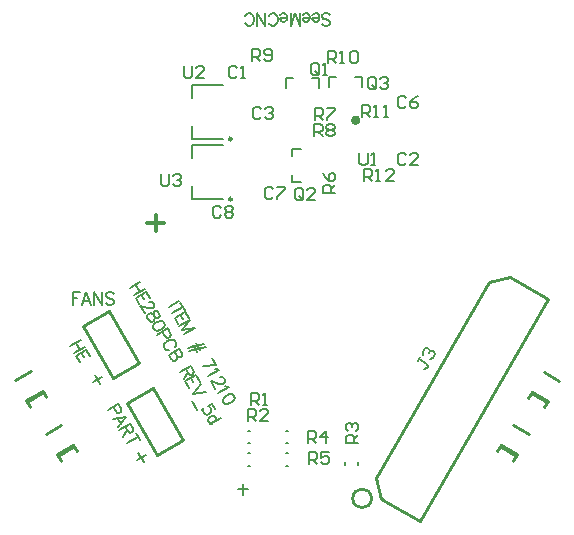
<source format=gto>
G04 Layer_Color=65535*
%FSLAX24Y24*%
%MOIN*%
G70*
G01*
G75*
%ADD27C,0.0080*%
%ADD29C,0.0100*%
%ADD52C,0.0098*%
%ADD53C,0.0160*%
%ADD54C,0.0079*%
%ADD55C,0.0077*%
%ADD56C,0.0124*%
D27*
X6124Y15404D02*
X6360D01*
X6124Y15085D02*
Y15404D01*
X6995D02*
X7235D01*
Y15085D02*
Y15404D01*
X4890Y11889D02*
Y12125D01*
Y11889D02*
X5209D01*
X4890Y12760D02*
Y13000D01*
X5209D01*
X4704Y15354D02*
X4940D01*
X4704Y15035D02*
Y15354D01*
X5575D02*
X5815D01*
Y15035D02*
Y15354D01*
X9162Y6065D02*
X9095Y5950D01*
X9129Y6007D01*
X9417Y5841D01*
X9442Y5750D01*
X9408Y5692D01*
X9317Y5668D01*
X9286Y6147D02*
X9262Y6238D01*
X9329Y6354D01*
X9420Y6378D01*
X9477Y6345D01*
X9502Y6254D01*
X9469Y6196D01*
X9502Y6254D01*
X9593Y6278D01*
X9651Y6245D01*
X9675Y6154D01*
X9608Y6038D01*
X9517Y6014D01*
X1320Y15770D02*
Y15437D01*
X1387Y15370D01*
X1520D01*
X1587Y15437D01*
Y15770D01*
X1986Y15370D02*
X1720D01*
X1986Y15637D01*
Y15703D01*
X1920Y15770D01*
X1787D01*
X1720Y15703D01*
X3862Y14328D02*
X3795Y14394D01*
X3662D01*
X3595Y14328D01*
Y14061D01*
X3662Y13994D01*
X3795D01*
X3862Y14061D01*
X3995Y14328D02*
X4062Y14394D01*
X4195D01*
X4262Y14328D01*
Y14261D01*
X4195Y14194D01*
X4128D01*
X4195D01*
X4262Y14128D01*
Y14061D01*
X4195Y13994D01*
X4062D01*
X3995Y14061D01*
X3062Y15718D02*
X2995Y15784D01*
X2862D01*
X2795Y15718D01*
Y15451D01*
X2862Y15384D01*
X2995D01*
X3062Y15451D01*
X3195Y15384D02*
X3328D01*
X3262D01*
Y15784D01*
X3195Y15718D01*
X5485Y2494D02*
Y2894D01*
X5685D01*
X5752Y2828D01*
Y2694D01*
X5685Y2628D01*
X5485D01*
X5618D02*
X5752Y2494D01*
X6152Y2894D02*
X5885D01*
Y2694D01*
X6018Y2761D01*
X6085D01*
X6152Y2694D01*
Y2561D01*
X6085Y2494D01*
X5952D01*
X5885Y2561D01*
X5445Y3194D02*
Y3594D01*
X5645D01*
X5712Y3528D01*
Y3394D01*
X5645Y3328D01*
X5445D01*
X5578D02*
X5712Y3194D01*
X6045D02*
Y3594D01*
X5845Y3394D01*
X6112D01*
X7105Y3214D02*
X6705D01*
Y3414D01*
X6772Y3481D01*
X6905D01*
X6972Y3414D01*
Y3214D01*
Y3348D02*
X7105Y3481D01*
X6772Y3614D02*
X6705Y3681D01*
Y3814D01*
X6772Y3881D01*
X6839D01*
X6905Y3814D01*
Y3747D01*
Y3814D01*
X6972Y3881D01*
X7038D01*
X7105Y3814D01*
Y3681D01*
X7038Y3614D01*
X3435Y3934D02*
Y4334D01*
X3635D01*
X3702Y4268D01*
Y4134D01*
X3635Y4068D01*
X3435D01*
X3568D02*
X3702Y3934D01*
X4102D02*
X3835D01*
X4102Y4201D01*
Y4268D01*
X4035Y4334D01*
X3902D01*
X3835Y4268D01*
X3535Y4454D02*
Y4854D01*
X3735D01*
X3802Y4788D01*
Y4654D01*
X3735Y4588D01*
X3535D01*
X3668D02*
X3802Y4454D01*
X3935D02*
X4068D01*
X4002D01*
Y4854D01*
X3935Y4788D01*
X8712Y12798D02*
X8645Y12864D01*
X8512D01*
X8445Y12798D01*
Y12531D01*
X8512Y12464D01*
X8645D01*
X8712Y12531D01*
X9112Y12464D02*
X8845D01*
X9112Y12731D01*
Y12798D01*
X9045Y12864D01*
X8912D01*
X8845Y12798D01*
X8717Y14703D02*
X8650Y14770D01*
X8517D01*
X8450Y14703D01*
Y14437D01*
X8517Y14370D01*
X8650D01*
X8717Y14437D01*
X9116Y14770D02*
X8983Y14703D01*
X8850Y14570D01*
Y14437D01*
X8917Y14370D01*
X9050D01*
X9116Y14437D01*
Y14503D01*
X9050Y14570D01*
X8850D01*
X5802Y15541D02*
Y15808D01*
X5735Y15874D01*
X5602D01*
X5535Y15808D01*
Y15541D01*
X5602Y15474D01*
X5735D01*
X5668Y15608D02*
X5802Y15474D01*
X5735D02*
X5802Y15541D01*
X5935Y15474D02*
X6068D01*
X6002D01*
Y15874D01*
X5935Y15808D01*
X5282Y11381D02*
Y11648D01*
X5215Y11714D01*
X5082D01*
X5015Y11648D01*
Y11381D01*
X5082Y11314D01*
X5215D01*
X5148Y11448D02*
X5282Y11314D01*
X5215D02*
X5282Y11381D01*
X5682Y11314D02*
X5415D01*
X5682Y11581D01*
Y11648D01*
X5615Y11714D01*
X5482D01*
X5415Y11648D01*
X7702Y15071D02*
Y15338D01*
X7635Y15404D01*
X7502D01*
X7435Y15338D01*
Y15071D01*
X7502Y15004D01*
X7635D01*
X7568Y15138D02*
X7702Y15004D01*
X7635D02*
X7702Y15071D01*
X7835Y15338D02*
X7902Y15404D01*
X8035D01*
X8102Y15338D01*
Y15271D01*
X8035Y15204D01*
X7968D01*
X8035D01*
X8102Y15138D01*
Y15071D01*
X8035Y15004D01*
X7902D01*
X7835Y15071D01*
X6105Y15874D02*
Y16274D01*
X6305D01*
X6372Y16208D01*
Y16074D01*
X6305Y16008D01*
X6105D01*
X6238D02*
X6372Y15874D01*
X6505D02*
X6638D01*
X6572D01*
Y16274D01*
X6505Y16208D01*
X6838D02*
X6905Y16274D01*
X7038D01*
X7105Y16208D01*
Y15941D01*
X7038Y15874D01*
X6905D01*
X6838Y15941D01*
Y16208D01*
X6325Y11549D02*
X5925D01*
Y11749D01*
X5992Y11815D01*
X6125D01*
X6192Y11749D01*
Y11549D01*
Y11682D02*
X6325Y11815D01*
X5925Y12215D02*
X5992Y12082D01*
X6125Y11948D01*
X6258D01*
X6325Y12015D01*
Y12148D01*
X6258Y12215D01*
X6192D01*
X6125Y12148D01*
Y11948D01*
X5665Y13964D02*
Y14364D01*
X5865D01*
X5932Y14298D01*
Y14164D01*
X5865Y14098D01*
X5665D01*
X5798D02*
X5932Y13964D01*
X6065Y14364D02*
X6332D01*
Y14298D01*
X6065Y14031D01*
Y13964D01*
X5655Y13444D02*
Y13844D01*
X5855D01*
X5922Y13778D01*
Y13644D01*
X5855Y13578D01*
X5655D01*
X5788D02*
X5922Y13444D01*
X6055Y13778D02*
X6122Y13844D01*
X6255D01*
X6322Y13778D01*
Y13711D01*
X6255Y13644D01*
X6322Y13578D01*
Y13511D01*
X6255Y13444D01*
X6122D01*
X6055Y13511D01*
Y13578D01*
X6122Y13644D01*
X6055Y13711D01*
Y13778D01*
X6122Y13644D02*
X6255D01*
X3575Y15934D02*
Y16334D01*
X3775D01*
X3842Y16268D01*
Y16134D01*
X3775Y16068D01*
X3575D01*
X3708D02*
X3842Y15934D01*
X3975Y16001D02*
X4042Y15934D01*
X4175D01*
X4242Y16001D01*
Y16268D01*
X4175Y16334D01*
X4042D01*
X3975Y16268D01*
Y16201D01*
X4042Y16134D01*
X4242D01*
X4277Y11673D02*
X4210Y11740D01*
X4077D01*
X4010Y11673D01*
Y11407D01*
X4077Y11340D01*
X4210D01*
X4277Y11407D01*
X4410Y11740D02*
X4676D01*
Y11673D01*
X4410Y11407D01*
Y11340D01*
X2537Y11053D02*
X2470Y11120D01*
X2337D01*
X2270Y11053D01*
Y10787D01*
X2337Y10720D01*
X2470D01*
X2537Y10787D01*
X2670Y11053D02*
X2737Y11120D01*
X2870D01*
X2936Y11053D01*
Y10987D01*
X2870Y10920D01*
X2936Y10853D01*
Y10787D01*
X2870Y10720D01*
X2737D01*
X2670Y10787D01*
Y10853D01*
X2737Y10920D01*
X2670Y10987D01*
Y11053D01*
X2737Y10920D02*
X2870D01*
X550Y12170D02*
Y11837D01*
X617Y11770D01*
X750D01*
X817Y11837D01*
Y12170D01*
X950Y12103D02*
X1017Y12170D01*
X1150D01*
X1216Y12103D01*
Y12037D01*
X1150Y11970D01*
X1083D01*
X1150D01*
X1216Y11903D01*
Y11837D01*
X1150Y11770D01*
X1017D01*
X950Y11837D01*
X7225Y14064D02*
Y14464D01*
X7425D01*
X7492Y14398D01*
Y14264D01*
X7425Y14198D01*
X7225D01*
X7358D02*
X7492Y14064D01*
X7625D02*
X7758D01*
X7692D01*
Y14464D01*
X7625Y14398D01*
X7958Y14064D02*
X8091D01*
X8025D01*
Y14464D01*
X7958Y14398D01*
X7315Y11934D02*
Y12334D01*
X7515D01*
X7582Y12268D01*
Y12134D01*
X7515Y12068D01*
X7315D01*
X7448D02*
X7582Y11934D01*
X7715D02*
X7848D01*
X7782D01*
Y12334D01*
X7715Y12268D01*
X8315Y11934D02*
X8048D01*
X8315Y12201D01*
Y12268D01*
X8248Y12334D01*
X8115D01*
X8048Y12268D01*
X7155Y12884D02*
Y12551D01*
X7222Y12484D01*
X7355D01*
X7422Y12551D01*
Y12884D01*
X7555Y12484D02*
X7688D01*
X7622D01*
Y12884D01*
X7555Y12818D01*
D29*
X7555Y1358D02*
G03*
X7555Y1358I-313J0D01*
G01*
X9164Y612D02*
X13435Y8011D01*
X7919Y1331D02*
X7987Y1291D01*
X7885Y1350D02*
X7919Y1331D01*
X11485Y8569D02*
X12157Y8749D01*
X13435Y8011D01*
X7705Y2023D02*
X11485Y8569D01*
X7705Y2023D02*
X7885Y1350D01*
X9164Y612D01*
X12288Y2607D02*
X12413Y2824D01*
X11743Y2922D02*
X11868Y3138D01*
X11840Y3090D02*
X12385Y2775D01*
X11868Y3138D02*
X12413Y2824D01*
X12272Y3799D02*
X12791Y3499D01*
X-2387Y3148D02*
X-2262Y2932D01*
X-2932Y2834D02*
X-2807Y2617D01*
X-2904Y2785D02*
X-2359Y3100D01*
X-2932Y2834D02*
X-2387Y3148D01*
X-3302Y3514D02*
X-2782Y3814D01*
X13318Y4387D02*
X13443Y4604D01*
X12773Y4702D02*
X12898Y4918D01*
X12870Y4870D02*
X13415Y4555D01*
X12898Y4918D02*
X13443Y4604D01*
X13302Y5579D02*
X13821Y5279D01*
X-3407Y4948D02*
X-3282Y4732D01*
X-3952Y4634D02*
X-3827Y4417D01*
X-3924Y4585D02*
X-3379Y4900D01*
X-3952Y4634D02*
X-3407Y4948D01*
X-4322Y5314D02*
X-3802Y5614D01*
X404Y2813D02*
X1270Y3313D01*
X270Y5045D02*
X1270Y3313D01*
X-597Y4545D02*
X270Y5045D01*
X-597Y4545D02*
X404Y2813D01*
X-2077Y7095D02*
X-1076Y5363D01*
X-2077Y7095D02*
X-1210Y7595D01*
X-210Y5863D01*
X-1076Y5363D02*
X-210Y5863D01*
D52*
X2901Y11330D02*
G03*
X2901Y11330I-49J0D01*
G01*
X2894Y13340D02*
G03*
X2894Y13340I-49J0D01*
G01*
D53*
X7106Y13962D02*
G03*
X7106Y13962I-77J0D01*
G01*
D54*
X1572Y11330D02*
X2596D01*
X1572D02*
Y11763D01*
Y13141D02*
X2596D01*
X1572Y12708D02*
Y13141D01*
X6688Y2485D02*
Y2564D01*
X7102Y2485D02*
Y2564D01*
X1565Y14718D02*
Y15151D01*
X2589D01*
X1565Y13340D02*
Y13773D01*
Y13340D02*
X2589D01*
X3436Y2856D02*
X3514D01*
X3436Y2443D02*
X3514D01*
X4691Y2856D02*
X4770D01*
X4691Y2443D02*
X4770D01*
X4691Y3606D02*
X4770D01*
X4691Y3193D02*
X4770D01*
X3436Y3606D02*
X3514D01*
X3436Y3193D02*
X3514D01*
D55*
X27Y2818D02*
X-277Y2642D01*
X-213Y2882D02*
X-37Y2578D01*
X-1433Y5418D02*
X-1737Y5242D01*
X-1673Y5482D02*
X-1497Y5178D01*
X5912Y17173D02*
X5951Y17134D01*
X6009Y17114D01*
X6087D01*
X6146Y17134D01*
X6185Y17173D01*
Y17212D01*
X6166Y17251D01*
X6146Y17270D01*
X6107Y17290D01*
X5990Y17329D01*
X5951Y17349D01*
X5931Y17368D01*
X5912Y17407D01*
Y17466D01*
X5951Y17505D01*
X6009Y17524D01*
X6087D01*
X6146Y17505D01*
X6185Y17466D01*
X5820Y17368D02*
X5586D01*
Y17329D01*
X5605Y17290D01*
X5625Y17270D01*
X5664Y17251D01*
X5722D01*
X5761Y17270D01*
X5800Y17310D01*
X5820Y17368D01*
Y17407D01*
X5800Y17466D01*
X5761Y17505D01*
X5722Y17524D01*
X5664D01*
X5625Y17505D01*
X5586Y17466D01*
X5498Y17368D02*
X5264D01*
Y17329D01*
X5283Y17290D01*
X5303Y17270D01*
X5342Y17251D01*
X5400D01*
X5439Y17270D01*
X5478Y17310D01*
X5498Y17368D01*
Y17407D01*
X5478Y17466D01*
X5439Y17505D01*
X5400Y17524D01*
X5342D01*
X5303Y17505D01*
X5264Y17466D01*
X5176Y17114D02*
Y17524D01*
Y17114D02*
X5019Y17524D01*
X4863Y17114D02*
X5019Y17524D01*
X4863Y17114D02*
Y17524D01*
X4746Y17368D02*
X4512D01*
Y17329D01*
X4531Y17290D01*
X4551Y17270D01*
X4590Y17251D01*
X4649D01*
X4688Y17270D01*
X4727Y17310D01*
X4746Y17368D01*
Y17407D01*
X4727Y17466D01*
X4688Y17505D01*
X4649Y17524D01*
X4590D01*
X4551Y17505D01*
X4512Y17466D01*
X4131Y17212D02*
X4151Y17173D01*
X4190Y17134D01*
X4229Y17114D01*
X4307D01*
X4346Y17134D01*
X4385Y17173D01*
X4404Y17212D01*
X4424Y17270D01*
Y17368D01*
X4404Y17427D01*
X4385Y17466D01*
X4346Y17505D01*
X4307Y17524D01*
X4229D01*
X4190Y17505D01*
X4151Y17466D01*
X4131Y17427D01*
X4016Y17114D02*
Y17524D01*
Y17114D02*
X3743Y17524D01*
Y17114D02*
Y17524D01*
X3336Y17212D02*
X3356Y17173D01*
X3395Y17134D01*
X3434Y17114D01*
X3512D01*
X3551Y17134D01*
X3590Y17173D01*
X3610Y17212D01*
X3629Y17270D01*
Y17368D01*
X3610Y17427D01*
X3590Y17466D01*
X3551Y17505D01*
X3512Y17524D01*
X3434D01*
X3395Y17505D01*
X3356Y17466D01*
X3336Y17427D01*
X1525Y5775D02*
X1170Y5570D01*
X1525Y5775D02*
X1613Y5623D01*
X1625Y5562D01*
X1618Y5536D01*
X1594Y5499D01*
X1560Y5480D01*
X1517Y5477D01*
X1490Y5484D01*
X1444Y5525D01*
X1356Y5677D01*
X1424Y5559D02*
X1307Y5333D01*
X1835Y5239D02*
X1708Y5459D01*
X1353Y5254D01*
X1479Y5034D01*
X1539Y5361D02*
X1617Y5226D01*
X1869Y5180D02*
X1592Y4840D01*
X2025Y4909D02*
X1592Y4840D01*
X1578Y4590D02*
X1734Y4320D01*
X2351Y4345D02*
X2253Y4514D01*
X2091Y4443D01*
X2118Y4435D01*
X2164Y4395D01*
X2194Y4344D01*
X2206Y4283D01*
X2192Y4230D01*
X2151Y4184D01*
X2117Y4164D01*
X2056Y4152D01*
X2003Y4166D01*
X1957Y4207D01*
X1928Y4258D01*
X1915Y4318D01*
X1922Y4345D01*
X1946Y4381D01*
X2534Y4028D02*
X2178Y3823D01*
X2364Y3931D02*
X2379Y3984D01*
X2376Y4028D01*
X2347Y4078D01*
X2310Y4102D01*
X2257Y4117D01*
X2197Y4104D01*
X2163Y4085D01*
X2122Y4039D01*
X2108Y3985D01*
X2110Y3942D01*
X2139Y3891D01*
X2176Y3867D01*
X2229Y3853D01*
X1145Y7935D02*
X790Y7730D01*
X1256Y7742D02*
X901Y7537D01*
X1188Y7861D02*
X1325Y7624D01*
X1476Y7362D02*
X1349Y7582D01*
X994Y7377D01*
X1121Y7157D01*
X1180Y7484D02*
X1258Y7349D01*
X1510Y7303D02*
X1155Y7098D01*
X1510Y7303D02*
X1233Y6962D01*
X1666Y7032D02*
X1233Y6962D01*
X1666Y7032D02*
X1311Y6827D01*
X1964Y6516D02*
X1422Y6361D01*
X2023Y6415D02*
X1481Y6260D01*
X1710Y6527D02*
X1847Y6291D01*
X1599Y6486D02*
X1735Y6249D01*
X2377Y5801D02*
X1924Y5765D01*
X2240Y6038D02*
X2377Y5801D01*
X2355Y5683D02*
X2392Y5659D01*
X2472Y5637D01*
X2117Y5432D01*
X2499Y5395D02*
X2515Y5405D01*
X2559Y5408D01*
X2586Y5401D01*
X2622Y5377D01*
X2661Y5309D01*
X2664Y5265D01*
X2657Y5239D01*
X2633Y5202D01*
X2599Y5183D01*
X2555Y5180D01*
X2485Y5185D01*
X2218Y5256D01*
X2355Y5019D01*
X2688Y5106D02*
X2725Y5082D01*
X2805Y5060D01*
X2450Y4855D01*
X2965Y4783D02*
X2919Y4824D01*
X2848Y4829D01*
X2754Y4797D01*
X2703Y4767D01*
X2629Y4702D01*
X2597Y4639D01*
X2610Y4578D01*
X2629Y4544D01*
X2675Y4503D01*
X2746Y4499D01*
X2840Y4531D01*
X2891Y4560D01*
X2966Y4626D01*
X2997Y4689D01*
X2984Y4749D01*
X2965Y4783D01*
X-145Y8585D02*
X-500Y8380D01*
X-8Y8348D02*
X-363Y8143D01*
X-314Y8487D02*
X-177Y8251D01*
X175Y8030D02*
X48Y8250D01*
X-307Y8045D01*
X-180Y7825D01*
X-121Y8153D02*
X-43Y8017D01*
X135Y7905D02*
X152Y7915D01*
X195Y7918D01*
X222Y7911D01*
X258Y7887D01*
X297Y7819D01*
X300Y7775D01*
X293Y7749D01*
X269Y7712D01*
X235Y7693D01*
X191Y7690D01*
X121Y7695D01*
X-146Y7766D01*
X-9Y7529D01*
X441Y7570D02*
X395Y7611D01*
X351Y7609D01*
X317Y7589D01*
X293Y7553D01*
X296Y7509D01*
X318Y7432D01*
X330Y7371D01*
X316Y7318D01*
X292Y7282D01*
X241Y7252D01*
X198Y7250D01*
X171Y7257D01*
X125Y7298D01*
X86Y7365D01*
X73Y7426D01*
X81Y7453D01*
X105Y7489D01*
X155Y7518D01*
X199Y7521D01*
X252Y7507D01*
X298Y7466D01*
X354Y7408D01*
X391Y7384D01*
X434Y7386D01*
X468Y7406D01*
X492Y7442D01*
X480Y7503D01*
X441Y7570D01*
X633Y7237D02*
X587Y7278D01*
X517Y7283D01*
X422Y7251D01*
X372Y7222D01*
X297Y7156D01*
X266Y7093D01*
X278Y7032D01*
X298Y6999D01*
X344Y6958D01*
X414Y6953D01*
X508Y6985D01*
X559Y7014D01*
X634Y7080D01*
X665Y7143D01*
X653Y7204D01*
X633Y7237D01*
X571Y6915D02*
X659Y6763D01*
X705Y6722D01*
X732Y6715D01*
X775Y6718D01*
X826Y6747D01*
X850Y6783D01*
X857Y6810D01*
X845Y6870D01*
X757Y7023D01*
X402Y6818D01*
X1002Y6404D02*
X1026Y6440D01*
X1040Y6494D01*
X1037Y6537D01*
X998Y6605D01*
X962Y6629D01*
X909Y6643D01*
X865Y6641D01*
X804Y6628D01*
X720Y6579D01*
X679Y6533D01*
X655Y6497D01*
X641Y6444D01*
X643Y6400D01*
X682Y6332D01*
X719Y6308D01*
X772Y6294D01*
X816Y6297D01*
X1144Y6353D02*
X789Y6148D01*
X1144Y6353D02*
X1232Y6201D01*
X1244Y6140D01*
X1237Y6114D01*
X1213Y6077D01*
X1179Y6058D01*
X1135Y6055D01*
X1109Y6062D01*
X1063Y6103D01*
X975Y6255D02*
X1063Y6103D01*
X1075Y6043D01*
X1068Y6016D01*
X1044Y5980D01*
X993Y5950D01*
X949Y5948D01*
X923Y5955D01*
X877Y5996D01*
X789Y6148D01*
X3271Y1836D02*
Y1484D01*
X3095Y1660D02*
X3447D01*
X-1066Y4412D02*
X-978Y4260D01*
X-932Y4219D01*
X-905Y4212D01*
X-861Y4214D01*
X-811Y4244D01*
X-787Y4280D01*
X-780Y4307D01*
X-792Y4367D01*
X-880Y4519D01*
X-1235Y4314D01*
X-896Y3728D02*
X-619Y4068D01*
X-1052Y3998D01*
X-905Y4016D02*
X-807Y3847D01*
X-493Y3850D02*
X-848Y3645D01*
X-493Y3850D02*
X-405Y3698D01*
X-393Y3637D01*
X-400Y3610D01*
X-424Y3574D01*
X-458Y3554D01*
X-502Y3552D01*
X-528Y3559D01*
X-574Y3600D01*
X-662Y3752D01*
X-594Y3634D02*
X-712Y3408D01*
X-242Y3415D02*
X-597Y3210D01*
X-311Y3534D02*
X-174Y3297D01*
X-2140Y6649D02*
X-2495Y6444D01*
X-2003Y6413D02*
X-2358Y6208D01*
X-2309Y6552D02*
X-2172Y6315D01*
X-1820Y6095D02*
X-1946Y6314D01*
X-2302Y6109D01*
X-2175Y5890D01*
X-2116Y6217D02*
X-2037Y6082D01*
X-2405Y8224D02*
Y7814D01*
Y8224D02*
X-2151D01*
X-2405Y8029D02*
X-2249D01*
X-1792Y7814D02*
X-1948Y8224D01*
X-2104Y7814D01*
X-2046Y7951D02*
X-1850D01*
X-1696Y8224D02*
Y7814D01*
Y8224D02*
X-1423Y7814D01*
Y8224D02*
Y7814D01*
X-1036Y8166D02*
X-1075Y8205D01*
X-1134Y8224D01*
X-1212D01*
X-1270Y8205D01*
X-1310Y8166D01*
Y8127D01*
X-1290Y8088D01*
X-1270Y8068D01*
X-1231Y8049D01*
X-1114Y8010D01*
X-1075Y7990D01*
X-1056Y7970D01*
X-1036Y7931D01*
Y7873D01*
X-1075Y7834D01*
X-1134Y7814D01*
X-1212D01*
X-1270Y7834D01*
X-1310Y7873D01*
D56*
X366Y10817D02*
Y10254D01*
X85Y10535D02*
X647D01*
M02*

</source>
